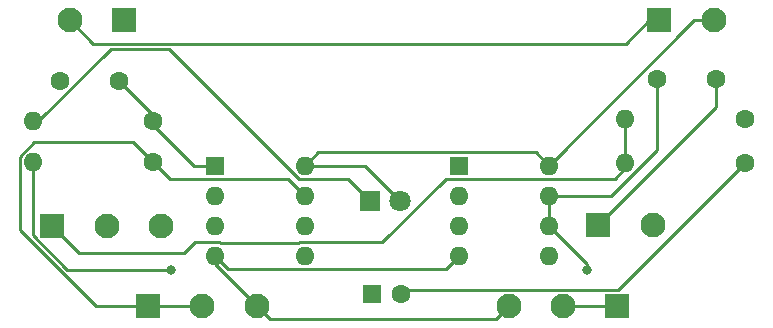
<source format=gbl>
G04 #@! TF.GenerationSoftware,KiCad,Pcbnew,(6.0.2-0)*
G04 #@! TF.CreationDate,2024-10-15T18:59:14-04:00*
G04 #@! TF.ProjectId,Common Circuits,436f6d6d-6f6e-4204-9369-726375697473,rev?*
G04 #@! TF.SameCoordinates,Original*
G04 #@! TF.FileFunction,Copper,L2,Bot*
G04 #@! TF.FilePolarity,Positive*
%FSLAX46Y46*%
G04 Gerber Fmt 4.6, Leading zero omitted, Abs format (unit mm)*
G04 Created by KiCad (PCBNEW (6.0.2-0)) date 2024-10-15 18:59:14*
%MOMM*%
%LPD*%
G01*
G04 APERTURE LIST*
G04 Aperture macros list*
%AMRoundRect*
0 Rectangle with rounded corners*
0 $1 Rounding radius*
0 $2 $3 $4 $5 $6 $7 $8 $9 X,Y pos of 4 corners*
0 Add a 4 corners polygon primitive as box body*
4,1,4,$2,$3,$4,$5,$6,$7,$8,$9,$2,$3,0*
0 Add four circle primitives for the rounded corners*
1,1,$1+$1,$2,$3*
1,1,$1+$1,$4,$5*
1,1,$1+$1,$6,$7*
1,1,$1+$1,$8,$9*
0 Add four rect primitives between the rounded corners*
20,1,$1+$1,$2,$3,$4,$5,0*
20,1,$1+$1,$4,$5,$6,$7,0*
20,1,$1+$1,$6,$7,$8,$9,0*
20,1,$1+$1,$8,$9,$2,$3,0*%
G04 Aperture macros list end*
G04 #@! TA.AperFunction,ComponentPad*
%ADD10C,1.600000*%
G04 #@! TD*
G04 #@! TA.AperFunction,ComponentPad*
%ADD11O,1.600000X1.600000*%
G04 #@! TD*
G04 #@! TA.AperFunction,ComponentPad*
%ADD12RoundRect,0.250001X-0.799999X-0.799999X0.799999X-0.799999X0.799999X0.799999X-0.799999X0.799999X0*%
G04 #@! TD*
G04 #@! TA.AperFunction,ComponentPad*
%ADD13C,2.100000*%
G04 #@! TD*
G04 #@! TA.AperFunction,ComponentPad*
%ADD14R,1.600000X1.600000*%
G04 #@! TD*
G04 #@! TA.AperFunction,ComponentPad*
%ADD15RoundRect,0.250001X0.799999X0.799999X-0.799999X0.799999X-0.799999X-0.799999X0.799999X-0.799999X0*%
G04 #@! TD*
G04 #@! TA.AperFunction,ComponentPad*
%ADD16R,1.800000X1.800000*%
G04 #@! TD*
G04 #@! TA.AperFunction,ComponentPad*
%ADD17C,1.800000*%
G04 #@! TD*
G04 #@! TA.AperFunction,ViaPad*
%ADD18C,0.800000*%
G04 #@! TD*
G04 #@! TA.AperFunction,Conductor*
%ADD19C,0.250000*%
G04 #@! TD*
G04 APERTURE END LIST*
D10*
X157430000Y-78050000D03*
D11*
X147270000Y-78050000D03*
D12*
X98750000Y-83400000D03*
D13*
X103350000Y-83400000D03*
X107950000Y-83400000D03*
D12*
X145000000Y-83300000D03*
D13*
X149600000Y-83300000D03*
D12*
X150150000Y-66000000D03*
D13*
X154750000Y-66000000D03*
D14*
X133200000Y-78300000D03*
D11*
X133200000Y-80840000D03*
X133200000Y-83380000D03*
X133200000Y-85920000D03*
X140820000Y-85920000D03*
X140820000Y-83380000D03*
X140820000Y-80840000D03*
X140820000Y-78300000D03*
D10*
X157430000Y-74350000D03*
D11*
X147270000Y-74350000D03*
D10*
X154950000Y-70950000D03*
X149950000Y-70950000D03*
X107300000Y-78000000D03*
D11*
X97140000Y-78000000D03*
D13*
X137400000Y-90200000D03*
X142000000Y-90200000D03*
D15*
X146600000Y-90200000D03*
D14*
X125794888Y-89150000D03*
D10*
X128294888Y-89150000D03*
D15*
X104850000Y-66000000D03*
D13*
X100250000Y-66000000D03*
D10*
X107280000Y-74500000D03*
D11*
X97120000Y-74500000D03*
D10*
X104400000Y-71100000D03*
X99400000Y-71100000D03*
D14*
X112500000Y-78300000D03*
D11*
X112500000Y-80840000D03*
X112500000Y-83380000D03*
X112500000Y-85920000D03*
X120120000Y-85920000D03*
X120120000Y-83380000D03*
X120120000Y-80840000D03*
X120120000Y-78300000D03*
D12*
X106850000Y-90150000D03*
D13*
X111450000Y-90150000D03*
X116050000Y-90150000D03*
D16*
X125625000Y-81250000D03*
D17*
X128165000Y-81250000D03*
D18*
X144050000Y-87150000D03*
X108800000Y-87100000D03*
D19*
X97140000Y-78000000D02*
X97140000Y-84202493D01*
X97140000Y-84202493D02*
X100037507Y-87100000D01*
X100037507Y-87100000D02*
X108800000Y-87100000D01*
X144050000Y-86610000D02*
X144050000Y-87150000D01*
X140820000Y-83380000D02*
X144050000Y-86610000D01*
X116050000Y-90150000D02*
X112500000Y-86600000D01*
X112500000Y-86600000D02*
X112500000Y-85920000D01*
X102451789Y-90150000D02*
X111450000Y-90150000D01*
X96015489Y-83713700D02*
X96015489Y-77534211D01*
X96015489Y-77534211D02*
X97249700Y-76300000D01*
X97249700Y-76300000D02*
X105600000Y-76300000D01*
X102451789Y-90150000D02*
X96015489Y-83713700D01*
X105600000Y-76300000D02*
X107300000Y-78000000D01*
X97120000Y-74500000D02*
X97590300Y-74500000D01*
X97590300Y-74500000D02*
X103690780Y-68399520D01*
X119654211Y-79424511D02*
X123799511Y-79424511D01*
X103690780Y-68399520D02*
X108629220Y-68399520D01*
X108629220Y-68399520D02*
X119654211Y-79424511D01*
X123799511Y-79424511D02*
X125625000Y-81250000D01*
X137400000Y-90200000D02*
X136350000Y-91250000D01*
X136350000Y-91250000D02*
X117150000Y-91250000D01*
X117150000Y-91250000D02*
X116050000Y-90150000D01*
X142000000Y-90200000D02*
X146600000Y-90200000D01*
X157430000Y-78050000D02*
X146654520Y-88825480D01*
X146654520Y-88825480D02*
X128619408Y-88825480D01*
X128619408Y-88825480D02*
X128294888Y-89150000D01*
X118704511Y-79424511D02*
X120120000Y-80840000D01*
X108724511Y-79424511D02*
X118704511Y-79424511D01*
X107300000Y-78000000D02*
X108724511Y-79424511D01*
X98750000Y-83400000D02*
X101050000Y-85700000D01*
X109912026Y-85700000D02*
X110816537Y-84795489D01*
X110816537Y-84795489D02*
X112965789Y-84795489D01*
X101050000Y-85700000D02*
X109912026Y-85700000D01*
X112970300Y-84800000D02*
X119649700Y-84800000D01*
X112965789Y-84795489D02*
X112970300Y-84800000D01*
X119649700Y-84800000D02*
X119654211Y-84795489D01*
X147270000Y-78520300D02*
X147270000Y-78050000D01*
X126704511Y-84795489D02*
X132075489Y-79424511D01*
X119654211Y-84795489D02*
X126704511Y-84795489D01*
X134324511Y-79424511D02*
X134324511Y-79400000D01*
X132075489Y-79424511D02*
X134324511Y-79424511D01*
X134324511Y-79400000D02*
X140329700Y-79400000D01*
X140329700Y-79400000D02*
X140354211Y-79424511D01*
X140354211Y-79424511D02*
X146365789Y-79424511D01*
X146365789Y-79424511D02*
X147270000Y-78520300D01*
X112500000Y-85920000D02*
X113624511Y-87044511D01*
X113624511Y-87044511D02*
X132075489Y-87044511D01*
X132075489Y-87044511D02*
X133200000Y-85920000D01*
X112500000Y-78300000D02*
X110750000Y-78300000D01*
X110750000Y-78300000D02*
X107280000Y-74830000D01*
X107280000Y-74830000D02*
X107280000Y-74500000D01*
X154750000Y-66000000D02*
X153120000Y-66000000D01*
X153120000Y-66000000D02*
X140820000Y-78300000D01*
X150150000Y-66000000D02*
X149300000Y-66000000D01*
X149300000Y-66000000D02*
X147350000Y-67950000D01*
X147350000Y-67950000D02*
X102200000Y-67950000D01*
X102200000Y-67950000D02*
X100250000Y-66000000D01*
X104400000Y-71100000D02*
X107280000Y-73980000D01*
X154950000Y-70950000D02*
X154950000Y-73350000D01*
X107280000Y-73980000D02*
X107280000Y-74500000D01*
X154950000Y-73350000D02*
X145000000Y-83300000D01*
X139695489Y-77175489D02*
X121244511Y-77175489D01*
X140820000Y-78300000D02*
X139695489Y-77175489D01*
X128165000Y-81250000D02*
X125215000Y-78300000D01*
X125215000Y-78300000D02*
X120120000Y-78300000D01*
X121244511Y-77175489D02*
X120120000Y-78300000D01*
X147270000Y-78050000D02*
X147270000Y-74350000D01*
X140820000Y-83380000D02*
X140820000Y-80840000D01*
X146070300Y-80840000D02*
X140820000Y-80840000D01*
X149950000Y-76960300D02*
X146070300Y-80840000D01*
X149950000Y-70950000D02*
X149950000Y-76960300D01*
M02*

</source>
